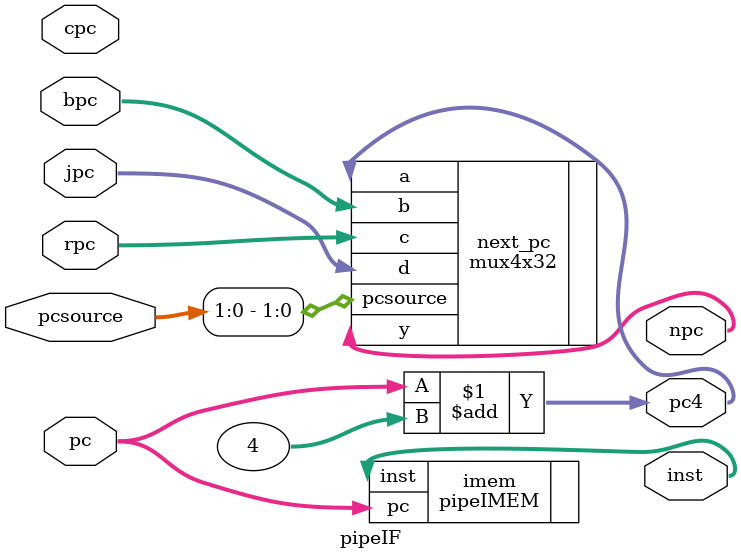
<source format=v>
`timescale 1ns / 1ps
module pipeIF(bpc,cpc,jpc,pc,pcsource,rpc,inst,npc,pc4);
    input [31:0] bpc		;
    input [31:0] cpc		;
    input [31:0] jpc		;
    input [31:0] pc 		;
    input [ 2:0] pcsource 	;
    input [31:0] rpc	  	;
    output [31:0] inst		;
    output [31:0] npc		;
    output [31:0] pc4		;
	assign pc4=pc+4;
	mux4x32 next_pc(.a(pc4),.b(bpc),.c(rpc),.d(jpc),.pcsource(pcsource[1:0]),.y(npc));
	pipeIMEM imem(.pc(pc),.inst(inst));
endmodule

</source>
